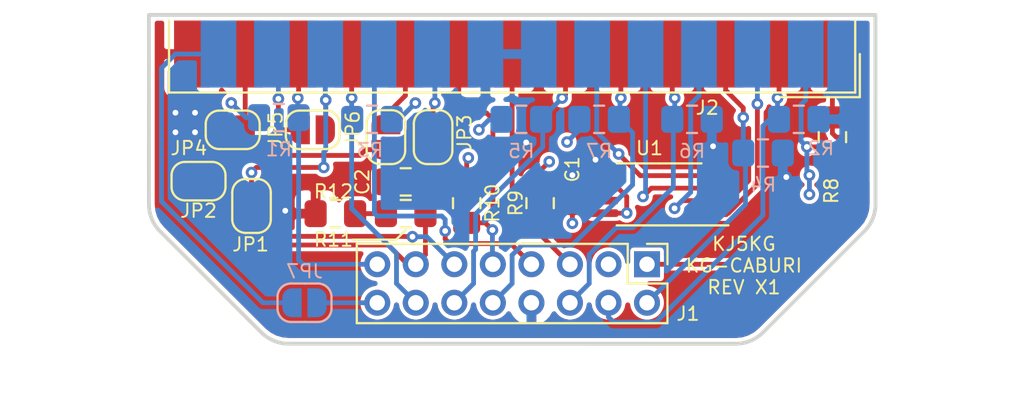
<source format=kicad_pcb>
(kicad_pcb (version 20171130) (host pcbnew "(5.1.6)-1")
  (layers (0 F.Cu signal) (1 In1.Cu power hide) (2 In2.Cu power hide) (31 B.Cu signal) (34 B.Paste user) (35 F.Paste user) (36 B.SilkS user) (37 F.SilkS user) (38 B.Mask user) (39 F.Mask user) (44 Edge.Cuts user))
  (net 0 "")
  (net 1 GND)
  (net 2 +5V)
  (net 3 +12V)
  (net 4 /AIN_6DB)
  (net 5 /RIGHT_OUT)
  (net 6 /LEFT_OUT)
  (net 7 /MIC_AC)
  (net 8 /EEP_DO)
  (net 9 /EEP_DI)
  (net 10 /EEP_CK)
  (net 11 /EEP_CS)
  (net 12 /AOUT_6DB)
  (net 13 /GPIO8)
  (net 14 /GPIO7)
  (net 15 /MIC_IN)
  (net 16 /COR_DET)
  (net 17 /CTCSS_DET)
  (net 18 /GPIO6)
  (net 19 /GPIO5)
  (net 20 /GPIO4)
  (net 21 /GPIO2)
  (net 22 /GPIO1)
  (net 23 /PTT)
  (net 24 /AUDIO_OUT)
  (net 25 /MIC)
  (net 26 /VDD_6DB)
  (net 27 "Net-(C2-Pad2)")
  (net 28 "Net-(C2-Pad1)")
  (module Connector_Dsub:DSUB-25_Male_EdgeMount_P2.77mm (layer F.Cu) (at 147.7729 102.108 180)
    (fp_text reference J2 (at -10.1271 -2.792 180) (layer F.SilkS) (effects (font (size 0.7 0.7) (thickness 0.1))))
    (fp_text value DB25_Male)
    (fp_line (start -18.043333 -2.24) (end -13.85 -2.24) (layer F.SilkS) (width 0.12))
    (fp_line (start -18.043333 0) (end -18.043333 -2.24) (layer F.SilkS) (width 0.12))
    (fp_line (start -17.803333 -2) (end -17.803333 1.74) (layer F.SilkS) (width 0.12))
    (fp_line (start 17.803333 -2) (end -17.803333 -2) (layer F.SilkS) (width 0.12))
    (fp_line (start 17.803333 1.74) (end 17.803333 -2) (layer F.SilkS) (width 0.12))
    (pad 25 smd rect (at 15.235 0 180) (size 1.846667 3.48) (layers B.Cu B.Paste B.Mask) (net 26 /VDD_6DB))
    (pad 24 smd rect (at 12.465 0 180) (size 1.846667 3.48) (layers B.Cu B.Paste B.Mask) (net 4 /AIN_6DB))
    (pad 23 smd rect (at 9.695 0 180) (size 1.846667 3.48) (layers B.Cu B.Paste B.Mask) (net 5 /RIGHT_OUT))
    (pad 22 smd rect (at 6.925 0 180) (size 1.846667 3.48) (layers B.Cu B.Paste B.Mask) (net 6 /LEFT_OUT))
    (pad 21 smd rect (at 4.155 0 180) (size 1.846667 3.48) (layers B.Cu B.Paste B.Mask) (net 7 /MIC_AC))
    (pad 20 smd rect (at 1.385 0 180) (size 1.846667 3.48) (layers B.Cu B.Paste B.Mask) (net 1 GND))
    (pad 19 smd rect (at -1.385 0 180) (size 1.846667 3.48) (layers B.Cu B.Paste B.Mask) (net 1 GND))
    (pad 18 smd rect (at -4.155 0 180) (size 1.846667 3.48) (layers B.Cu B.Paste B.Mask) (net 8 /EEP_DO))
    (pad 17 smd rect (at -6.925 0 180) (size 1.846667 3.48) (layers B.Cu B.Paste B.Mask) (net 9 /EEP_DI))
    (pad 16 smd rect (at -9.695 0 180) (size 1.846667 3.48) (layers B.Cu B.Paste B.Mask) (net 10 /EEP_CK))
    (pad 15 smd rect (at -12.465 0 180) (size 1.846667 3.48) (layers B.Cu B.Paste B.Mask) (net 11 /EEP_CS))
    (pad 14 smd rect (at -15.235 0 180) (size 1.846667 3.48) (layers B.Cu B.Paste B.Mask) (net 2 +5V))
    (pad 13 smd rect (at 16.62 0 180) (size 1.846667 3.48) (layers F.Cu F.Paste F.Mask) (net 1 GND))
    (pad 12 smd rect (at 13.85 0 180) (size 1.846667 3.48) (layers F.Cu F.Paste F.Mask) (net 12 /AOUT_6DB))
    (pad 11 smd rect (at 11.08 0 180) (size 1.846667 3.48) (layers F.Cu F.Paste F.Mask) (net 13 /GPIO8))
    (pad 10 smd rect (at 8.31 0 180) (size 1.846667 3.48) (layers F.Cu F.Paste F.Mask) (net 14 /GPIO7))
    (pad 9 smd rect (at 5.54 0 180) (size 1.846667 3.48) (layers F.Cu F.Paste F.Mask) (net 15 /MIC_IN))
    (pad 8 smd rect (at 2.77 0 180) (size 1.846667 3.48) (layers F.Cu F.Paste F.Mask) (net 16 /COR_DET))
    (pad 7 smd rect (at 0 0 180) (size 1.846667 3.48) (layers F.Cu F.Paste F.Mask) (net 17 /CTCSS_DET))
    (pad 6 smd rect (at -2.77 0 180) (size 1.846667 3.48) (layers F.Cu F.Paste F.Mask) (net 18 /GPIO6))
    (pad 5 smd rect (at -5.54 0 180) (size 1.846667 3.48) (layers F.Cu F.Paste F.Mask) (net 19 /GPIO5))
    (pad 4 smd rect (at -8.31 0 180) (size 1.846667 3.48) (layers F.Cu F.Paste F.Mask) (net 20 /GPIO4))
    (pad 3 smd rect (at -11.08 0 180) (size 1.846667 3.48) (layers F.Cu F.Paste F.Mask) (net 21 /GPIO2))
    (pad 2 smd rect (at -13.85 0 180) (size 1.846667 3.48) (layers F.Cu F.Paste F.Mask) (net 22 /GPIO1))
    (pad 1 smd rect (at -16.62 0 180) (size 1.846667 3.48) (layers F.Cu F.Paste F.Mask) (net 23 /PTT))
  )
  (module Resistor_SMD:R_0805_2012Metric_Pad1.15x1.40mm_HandSolder (layer F.Cu) (at 138.6 110.4)
    (fp_text reference R12 (at -0.1 -1.15) (layer F.SilkS) (effects (font (size 0.7 0.7) (thickness 0.1))))
    (fp_text value 12.1k)
    (fp_line (start -0.261252 -0.71) (end 0.261252 -0.71) (layer F.SilkS) (width 0.12))
    (fp_line (start -0.261252 0.71) (end 0.261252 0.71) (layer F.SilkS) (width 0.12))
    (pad 2 smd roundrect (at 1.025 0) (size 1.15 1.4) (layers F.Cu F.Paste F.Mask) (roundrect_rratio 0.217391) (net 27 "Net-(C2-Pad2)"))
    (pad 1 smd roundrect (at -1.025 0) (size 1.15 1.4) (layers F.Cu F.Paste F.Mask) (roundrect_rratio 0.217391) (net 1 GND))
  )
  (module Resistor_SMD:R_0805_2012Metric_Pad1.15x1.40mm_HandSolder (layer F.Cu) (at 142.25 110.4)
    (fp_text reference R11 (at -3.75 1.35) (layer F.SilkS) (effects (font (size 0.7 0.7) (thickness 0.1))))
    (fp_text value "10k DNI")
    (fp_line (start -0.261252 -0.71) (end 0.261252 -0.71) (layer F.SilkS) (width 0.12))
    (fp_line (start -0.261252 0.71) (end 0.261252 0.71) (layer F.SilkS) (width 0.12))
    (pad 2 smd roundrect (at 1.025 0) (size 1.15 1.4) (layers F.Cu F.Paste F.Mask) (roundrect_rratio 0.217391) (net 25 /MIC))
    (pad 1 smd roundrect (at -1.025 0) (size 1.15 1.4) (layers F.Cu F.Paste F.Mask) (roundrect_rratio 0.217391) (net 27 "Net-(C2-Pad2)"))
  )
  (module Resistor_SMD:R_0805_2012Metric_Pad1.15x1.40mm_HandSolder (layer B.Cu) (at 152.2879 105.5)
    (fp_text reference R7 (at 0 1.65) (layer B.SilkS) (effects (font (size 0.7 0.7) (thickness 0.1)) (justify mirror)))
    (fp_text value "2.26k DNI")
    (fp_line (start -0.261252 0.71) (end 0.261252 0.71) (layer B.SilkS) (width 0.12))
    (fp_line (start -0.261252 -0.71) (end 0.261252 -0.71) (layer B.SilkS) (width 0.12))
    (pad 2 smd roundrect (at 1.025 0) (size 1.15 1.4) (layers B.Cu B.Paste B.Mask) (roundrect_rratio 0.217391) (net 19 /GPIO5))
    (pad 1 smd roundrect (at -1.025 0) (size 1.15 1.4) (layers B.Cu B.Paste B.Mask) (roundrect_rratio 0.217391) (net 2 +5V))
  )
  (module Resistor_SMD:R_0805_2012Metric_Pad1.15x1.40mm_HandSolder (layer B.Cu) (at 157.1079 105.5)
    (fp_text reference R6 (at 0 1.65) (layer B.SilkS) (effects (font (size 0.7 0.7) (thickness 0.1)) (justify mirror)))
    (fp_text value "2.26k DNI")
    (fp_line (start -0.261252 0.71) (end 0.261252 0.71) (layer B.SilkS) (width 0.12))
    (fp_line (start -0.261252 -0.71) (end 0.261252 -0.71) (layer B.SilkS) (width 0.12))
    (pad 2 smd roundrect (at 1.025 0) (size 1.15 1.4) (layers B.Cu B.Paste B.Mask) (roundrect_rratio 0.217391) (net 1 GND))
    (pad 1 smd roundrect (at -1.025 0) (size 1.15 1.4) (layers B.Cu B.Paste B.Mask) (roundrect_rratio 0.217391) (net 20 /GPIO4))
  )
  (module Resistor_SMD:R_0805_2012Metric_Pad1.15x1.40mm_HandSolder (layer B.Cu) (at 148.25 105.5)
    (fp_text reference R5 (at 0 1.65) (layer B.SilkS) (effects (font (size 0.7 0.7) (thickness 0.1)) (justify mirror)))
    (fp_text value "2.26k DNI")
    (fp_line (start -0.261252 0.71) (end 0.261252 0.71) (layer B.SilkS) (width 0.12))
    (fp_line (start -0.261252 -0.71) (end 0.261252 -0.71) (layer B.SilkS) (width 0.12))
    (pad 2 smd roundrect (at 1.025 0) (size 1.15 1.4) (layers B.Cu B.Paste B.Mask) (roundrect_rratio 0.217391) (net 18 /GPIO6))
    (pad 1 smd roundrect (at -1.025 0) (size 1.15 1.4) (layers B.Cu B.Paste B.Mask) (roundrect_rratio 0.217391) (net 2 +5V))
  )
  (module Resistor_SMD:R_0805_2012Metric_Pad1.15x1.40mm_HandSolder (layer B.Cu) (at 160.791 107.25)
    (fp_text reference R4 (at 0 1.65) (layer B.SilkS) (effects (font (size 0.7 0.7) (thickness 0.1)) (justify mirror)))
    (fp_text value "2.26k DNI")
    (fp_line (start -0.261252 0.71) (end 0.261252 0.71) (layer B.SilkS) (width 0.12))
    (fp_line (start -0.261252 -0.71) (end 0.261252 -0.71) (layer B.SilkS) (width 0.12))
    (pad 2 smd roundrect (at 1.025 0) (size 1.15 1.4) (layers B.Cu B.Paste B.Mask) (roundrect_rratio 0.217391) (net 1 GND))
    (pad 1 smd roundrect (at -1.025 0) (size 1.15 1.4) (layers B.Cu B.Paste B.Mask) (roundrect_rratio 0.217391) (net 21 /GPIO2))
  )
  (module Resistor_SMD:R_0805_2012Metric_Pad1.15x1.40mm_HandSolder (layer B.Cu) (at 140.5 105.5 180)
    (fp_text reference R3 (at 0.1 -1.6) (layer B.SilkS) (effects (font (size 0.7 0.7) (thickness 0.1)) (justify mirror)))
    (fp_text value "2.26k DNI")
    (fp_line (start -0.261252 0.71) (end 0.261252 0.71) (layer B.SilkS) (width 0.12))
    (fp_line (start -0.261252 -0.71) (end 0.261252 -0.71) (layer B.SilkS) (width 0.12))
    (pad 2 smd roundrect (at 1.025 0 180) (size 1.15 1.4) (layers B.Cu B.Paste B.Mask) (roundrect_rratio 0.217391) (net 14 /GPIO7))
    (pad 1 smd roundrect (at -1.025 0 180) (size 1.15 1.4) (layers B.Cu B.Paste B.Mask) (roundrect_rratio 0.217391) (net 2 +5V))
  )
  (module Resistor_SMD:R_0805_2012Metric_Pad1.15x1.40mm_HandSolder (layer B.Cu) (at 162.6479 105.5)
    (fp_text reference R2 (at 1.1521 1.5) (layer B.SilkS) (effects (font (size 0.7 0.7) (thickness 0.1)) (justify mirror)))
    (fp_text value "2.26k DNI")
    (fp_line (start -0.261252 0.71) (end 0.261252 0.71) (layer B.SilkS) (width 0.12))
    (fp_line (start -0.261252 -0.71) (end 0.261252 -0.71) (layer B.SilkS) (width 0.12))
    (pad 2 smd roundrect (at 1.025 0) (size 1.15 1.4) (layers B.Cu B.Paste B.Mask) (roundrect_rratio 0.217391) (net 1 GND))
    (pad 1 smd roundrect (at -1.025 0) (size 1.15 1.4) (layers B.Cu B.Paste B.Mask) (roundrect_rratio 0.217391) (net 22 /GPIO1))
  )
  (module Resistor_SMD:R_0805_2012Metric_Pad1.15x1.40mm_HandSolder (layer B.Cu) (at 135.6679 105.41)
    (fp_text reference R1 (at 0 1.65) (layer B.SilkS) (effects (font (size 0.7 0.7) (thickness 0.1)) (justify mirror)))
    (fp_text value "2.26k DNI")
    (fp_line (start -0.261252 0.71) (end 0.261252 0.71) (layer B.SilkS) (width 0.12))
    (fp_line (start -0.261252 -0.71) (end 0.261252 -0.71) (layer B.SilkS) (width 0.12))
    (pad 2 smd roundrect (at 1.025 0) (size 1.15 1.4) (layers B.Cu B.Paste B.Mask) (roundrect_rratio 0.217391) (net 13 /GPIO8))
    (pad 1 smd roundrect (at -1.025 0) (size 1.15 1.4) (layers B.Cu B.Paste B.Mask) (roundrect_rratio 0.217391) (net 2 +5V))
  )
  (module Capacitor_SMD:C_0805_2012Metric_Pad1.15x1.40mm_HandSolder (layer F.Cu) (at 142.25 108.75 180)
    (fp_text reference C2 (at 2.25 0 90) (layer F.SilkS) (effects (font (size 0.7 0.7) (thickness 0.1))))
    (fp_text value 1.0u)
    (fp_line (start -0.261252 -0.71) (end 0.261252 -0.71) (layer F.SilkS) (width 0.12))
    (fp_line (start -0.261252 0.71) (end 0.261252 0.71) (layer F.SilkS) (width 0.12))
    (pad 2 smd roundrect (at 1.025 0 180) (size 1.15 1.4) (layers F.Cu F.Paste F.Mask) (roundrect_rratio 0.217391) (net 27 "Net-(C2-Pad2)"))
    (pad 1 smd roundrect (at -1.025 0 180) (size 1.15 1.4) (layers F.Cu F.Paste F.Mask) (roundrect_rratio 0.217391) (net 28 "Net-(C2-Pad1)"))
  )
  (module Connector_PinHeader_2.00mm:PinHeader_2x08_P2.00mm_Vertical (layer F.Cu) (at 154.7729 113.03 270)
    (fp_text reference J1 (at 2.57 -2.1271 180) (layer F.SilkS) (effects (font (size 0.7 0.7) (thickness 0.1))))
    (fp_text value Conn_02x08_Odd_Even)
    (fp_line (start -1.06 15.06) (end 3.06 15.06) (layer F.SilkS) (width 0.12))
    (fp_line (start -1.06 1) (end -1.06 15.06) (layer F.SilkS) (width 0.12))
    (fp_line (start 3.06 -1.06) (end 3.06 15.06) (layer F.SilkS) (width 0.12))
    (fp_line (start -1.06 1) (end 1 1) (layer F.SilkS) (width 0.12))
    (fp_line (start 1 1) (end 1 -1.06) (layer F.SilkS) (width 0.12))
    (fp_line (start 1 -1.06) (end 3.06 -1.06) (layer F.SilkS) (width 0.12))
    (fp_line (start -1.06 0) (end -1.06 -1.06) (layer F.SilkS) (width 0.12))
    (fp_line (start -1.06 -1.06) (end 0 -1.06) (layer F.SilkS) (width 0.12))
    (pad 16 thru_hole oval (at 2 14 270) (size 1.35 1.35) (drill 0.8) (layers *.Cu *.Mask) (net 3 +12V))
    (pad 15 thru_hole oval (at 0 14 270) (size 1.35 1.35) (drill 0.8) (layers *.Cu *.Mask) (net 13 /GPIO8))
    (pad 14 thru_hole oval (at 2 12 270) (size 1.35 1.35) (drill 0.8) (layers *.Cu *.Mask) (net 14 /GPIO7))
    (pad 13 thru_hole oval (at 0 12 270) (size 1.35 1.35) (drill 0.8) (layers *.Cu *.Mask) (net 25 /MIC))
    (pad 12 thru_hole oval (at 2 10 270) (size 1.35 1.35) (drill 0.8) (layers *.Cu *.Mask) (net 18 /GPIO6))
    (pad 11 thru_hole oval (at 0 10 270) (size 1.35 1.35) (drill 0.8) (layers *.Cu *.Mask) (net 24 /AUDIO_OUT))
    (pad 10 thru_hole oval (at 2 8 270) (size 1.35 1.35) (drill 0.8) (layers *.Cu *.Mask) (net 19 /GPIO5))
    (pad 9 thru_hole oval (at 0 8 270) (size 1.35 1.35) (drill 0.8) (layers *.Cu *.Mask) (net 16 /COR_DET))
    (pad 8 thru_hole oval (at 2 6 270) (size 1.35 1.35) (drill 0.8) (layers *.Cu *.Mask) (net 1 GND))
    (pad 7 thru_hole oval (at 0 6 270) (size 1.35 1.35) (drill 0.8) (layers *.Cu *.Mask) (net 6 /LEFT_OUT))
    (pad 6 thru_hole oval (at 2 4 270) (size 1.35 1.35) (drill 0.8) (layers *.Cu *.Mask) (net 20 /GPIO4))
    (pad 5 thru_hole oval (at 0 4 270) (size 1.35 1.35) (drill 0.8) (layers *.Cu *.Mask) (net 17 /CTCSS_DET))
    (pad 4 thru_hole oval (at 2 2 270) (size 1.35 1.35) (drill 0.8) (layers *.Cu *.Mask) (net 22 /GPIO1))
    (pad 3 thru_hole oval (at 0 2 270) (size 1.35 1.35) (drill 0.8) (layers *.Cu *.Mask) (net 2 +5V))
    (pad 2 thru_hole oval (at 2 0 270) (size 1.35 1.35) (drill 0.8) (layers *.Cu *.Mask) (net 21 /GPIO2))
    (pad 1 thru_hole rect (at 0 0 270) (size 1.35 1.35) (drill 0.8) (layers *.Cu *.Mask) (net 23 /PTT))
  )
  (module Resistor_SMD:R_0805_2012Metric_Pad1.15x1.40mm_HandSolder (layer F.Cu) (at 145.415 109.855 270)
    (fp_text reference R10 (at 0 -1.335 90) (layer F.SilkS) (effects (font (size 0.7 0.7) (thickness 0.1))))
    (fp_text value 2.26k)
    (fp_line (start -0.261252 -0.71) (end 0.261252 -0.71) (layer F.SilkS) (width 0.12))
    (fp_line (start -0.261252 0.71) (end 0.261252 0.71) (layer F.SilkS) (width 0.12))
    (pad 2 smd roundrect (at 1.025 0 270) (size 1.15 1.4) (layers F.Cu F.Paste F.Mask) (roundrect_rratio 0.217391) (net 16 /COR_DET))
    (pad 1 smd roundrect (at -1.025 0 270) (size 1.15 1.4) (layers F.Cu F.Paste F.Mask) (roundrect_rratio 0.217391) (net 2 +5V))
  )
  (module Resistor_SMD:R_0805_2012Metric_Pad1.15x1.40mm_HandSolder (layer F.Cu) (at 149.225 109.855 270)
    (fp_text reference R9 (at 0 1.27 90) (layer F.SilkS) (effects (font (size 0.7 0.7) (thickness 0.1))))
    (fp_text value 2.26k)
    (fp_line (start -0.261252 -0.71) (end 0.261252 -0.71) (layer F.SilkS) (width 0.12))
    (fp_line (start -0.261252 0.71) (end 0.261252 0.71) (layer F.SilkS) (width 0.12))
    (pad 2 smd roundrect (at 1.025 0 270) (size 1.15 1.4) (layers F.Cu F.Paste F.Mask) (roundrect_rratio 0.217391) (net 17 /CTCSS_DET))
    (pad 1 smd roundrect (at -1.025 0 270) (size 1.15 1.4) (layers F.Cu F.Paste F.Mask) (roundrect_rratio 0.217391) (net 2 +5V))
  )
  (module Resistor_SMD:R_0805_2012Metric_Pad1.15x1.40mm_HandSolder (layer F.Cu) (at 164.3929 106.426 90)
    (fp_text reference R8 (at -2.794 -0.0549 90) (layer F.SilkS) (effects (font (size 0.7 0.7) (thickness 0.1))))
    (fp_text value 2.26k)
    (fp_line (start -0.261252 -0.71) (end 0.261252 -0.71) (layer F.SilkS) (width 0.12))
    (fp_line (start -0.261252 0.71) (end 0.261252 0.71) (layer F.SilkS) (width 0.12))
    (pad 2 smd roundrect (at 1.025 0 90) (size 1.15 1.4) (layers F.Cu F.Paste F.Mask) (roundrect_rratio 0.217391) (net 23 /PTT))
    (pad 1 smd roundrect (at -1.025 0 90) (size 1.15 1.4) (layers F.Cu F.Paste F.Mask) (roundrect_rratio 0.217391) (net 2 +5V))
  )
  (module Jumper:SolderJumper-2_P1.3mm_Open_RoundedPad1.0x1.5mm (layer B.Cu) (at 137 115.03 180)
    (fp_text reference JP7 (at 0 1.63) (layer B.SilkS) (effects (font (size 0.7 0.7) (thickness 0.1)) (justify mirror)))
    (fp_text value Jumper_NO_Small)
    (fp_arc (start -0.7 0.3) (end -0.7 1) (angle 90) (layer B.SilkS) (width 0.12))
    (fp_arc (start -0.7 -0.3) (end -1.4 -0.3) (angle 90) (layer B.SilkS) (width 0.12))
    (fp_arc (start 0.7 -0.3) (end 0.7 -1) (angle 90) (layer B.SilkS) (width 0.12))
    (fp_arc (start 0.7 0.3) (end 1.4 0.3) (angle 90) (layer B.SilkS) (width 0.12))
    (fp_line (start -1.4 -0.3) (end -1.4 0.3) (layer B.SilkS) (width 0.12))
    (fp_line (start 0.7 -1) (end -0.7 -1) (layer B.SilkS) (width 0.12))
    (fp_line (start 1.4 0.3) (end 1.4 -0.3) (layer B.SilkS) (width 0.12))
    (fp_line (start -0.7 1) (end 0.7 1) (layer B.SilkS) (width 0.12))
    (pad 2 smd custom (at 0.65 0 180) (size 1 0.5) (layers B.Cu B.Mask) (net 26 /VDD_6DB) (options (clearance outline) (anchor rect)) (primitives (gr_circle (center 0 -0.25) (end 0.5 -0.25) (width 0)) (gr_circle (center 0 0.25) (end 0.5 0.25) (width 0)) (gr_poly (pts (xy 0 0.75) (xy -0.5 0.75) (xy -0.5 -0.75) (xy 0 -0.75)) (width 0))))
    (pad 1 smd custom (at -0.65 0 180) (size 1 0.5) (layers B.Cu B.Mask) (net 3 +12V) (options (clearance outline) (anchor rect)) (primitives (gr_circle (center 0 -0.25) (end 0.5 -0.25) (width 0)) (gr_circle (center 0 0.25) (end 0.5 0.25) (width 0)) (gr_poly (pts (xy 0 0.75) (xy 0.5 0.75) (xy 0.5 -0.75) (xy 0 -0.75)) (width 0))))
  )
  (module Capacitor_SMD:C_0402_1005Metric (layer F.Cu) (at 150.9 109.7 270)
    (fp_text reference C1 (at -1.6 0 90) (layer F.SilkS) (effects (font (size 0.7 0.7) (thickness 0.1))))
    (fp_text value 0.1u)
    (pad 2 smd roundrect (at 0.485 0 270) (size 0.59 0.64) (layers F.Cu F.Paste F.Mask) (net 2 +5V))
    (pad 1 smd roundrect (at -0.485 0 270) (size 0.59 0.64) (layers F.Cu F.Paste F.Mask) (net 1 GND))
  )
  (module Package_SO:TSSOP-8_4.4x3mm_P0.65mm (layer F.Cu) (at 155.4 109.4 180)
    (fp_text reference U1 (at 0.5 2.4) (layer F.SilkS) (effects (font (size 0.7 0.7) (thickness 0.1))))
    (fp_text value 93C46)
    (fp_line (start 0 -1.61) (end -3.6 -1.61) (layer F.SilkS) (width 0.12))
    (fp_line (start 0 -1.61) (end 2.2 -1.61) (layer F.SilkS) (width 0.12))
    (fp_line (start 0 1.61) (end -2.2 1.61) (layer F.SilkS) (width 0.12))
    (fp_line (start 0 1.61) (end 2.2 1.61) (layer F.SilkS) (width 0.12))
    (pad 8 smd roundrect (at 2.8625 -0.975 180) (size 1.475 0.4) (layers F.Cu F.Paste F.Mask) (net 2 +5V))
    (pad 7 smd roundrect (at 2.8625 -0.325 180) (size 1.475 0.4) (layers F.Cu F.Paste F.Mask))
    (pad 6 smd roundrect (at 2.8625 0.325 180) (size 1.475 0.4) (layers F.Cu F.Paste F.Mask) (net 2 +5V))
    (pad 5 smd roundrect (at 2.8625 0.975 180) (size 1.475 0.4) (layers F.Cu F.Paste F.Mask) (net 1 GND))
    (pad 4 smd roundrect (at -2.8625 0.975 180) (size 1.475 0.4) (layers F.Cu F.Paste F.Mask) (net 8 /EEP_DO))
    (pad 3 smd roundrect (at -2.8625 0.325 180) (size 1.475 0.4) (layers F.Cu F.Paste F.Mask) (net 9 /EEP_DI))
    (pad 2 smd roundrect (at -2.8625 -0.325 180) (size 1.475 0.4) (layers F.Cu F.Paste F.Mask) (net 10 /EEP_CK))
    (pad 1 smd roundrect (at -2.8625 -0.975 180) (size 1.475 0.4) (layers F.Cu F.Paste F.Mask) (net 11 /EEP_CS))
  )
  (module Jumper:SolderJumper-2_P1.3mm_Open_RoundedPad1.0x1.5mm (layer F.Cu) (at 141.224 106.426 90)
    (fp_text reference JP6 (at 0.426 -1.724 90) (layer F.SilkS) (effects (font (size 0.7 0.7) (thickness 0.1))))
    (fp_text value Jumper_NO_Small)
    (fp_line (start -0.7 -1) (end 0.7 -1) (layer F.SilkS) (width 0.12))
    (fp_line (start 1.4 -0.3) (end 1.4 0.3) (layer F.SilkS) (width 0.12))
    (fp_line (start 0.7 1) (end -0.7 1) (layer F.SilkS) (width 0.12))
    (fp_line (start -1.4 0.3) (end -1.4 -0.3) (layer F.SilkS) (width 0.12))
    (fp_arc (start -0.7 -0.3) (end -0.7 -1) (angle -90) (layer F.SilkS) (width 0.12))
    (fp_arc (start -0.7 0.3) (end -1.4 0.3) (angle -90) (layer F.SilkS) (width 0.12))
    (fp_arc (start 0.7 0.3) (end 0.7 1) (angle -90) (layer F.SilkS) (width 0.12))
    (fp_arc (start 0.7 -0.3) (end 1.4 -0.3) (angle -90) (layer F.SilkS) (width 0.12))
    (pad 2 smd custom (at 0.65 0 90) (size 1 0.5) (layers F.Cu F.Mask) (net 15 /MIC_IN) (options (clearance outline) (anchor rect)) (primitives (gr_circle (center 0 0.25) (end 0.5 0.25) (width 0)) (gr_circle (center 0 -0.25) (end 0.5 -0.25) (width 0)) (gr_poly (pts (xy 0 -0.75) (xy -0.5 -0.75) (xy -0.5 0.75) (xy 0 0.75)) (width 0))))
    (pad 1 smd custom (at -0.65 0 90) (size 1 0.5) (layers F.Cu F.Mask) (net 28 "Net-(C2-Pad1)") (options (clearance outline) (anchor rect)) (primitives (gr_circle (center 0 0.25) (end 0.5 0.25) (width 0)) (gr_circle (center 0 -0.25) (end 0.5 -0.25) (width 0)) (gr_poly (pts (xy 0 -0.75) (xy 0.5 -0.75) (xy 0.5 0.75) (xy 0 0.75)) (width 0))))
  )
  (module Jumper:SolderJumper-2_P1.3mm_Open_RoundedPad1.0x1.5mm (layer F.Cu) (at 137.4279 106.045 180)
    (fp_text reference JP5 (at 1.9279 0 270) (layer F.SilkS) (effects (font (size 0.7 0.7) (thickness 0.1))))
    (fp_text value Jumper_NO_Small)
    (fp_line (start -0.7 -1) (end 0.7 -1) (layer F.SilkS) (width 0.12))
    (fp_line (start 1.4 -0.3) (end 1.4 0.3) (layer F.SilkS) (width 0.12))
    (fp_line (start 0.7 1) (end -0.7 1) (layer F.SilkS) (width 0.12))
    (fp_line (start -1.4 0.3) (end -1.4 -0.3) (layer F.SilkS) (width 0.12))
    (fp_arc (start -0.7 -0.3) (end -0.7 -1) (angle -90) (layer F.SilkS) (width 0.12))
    (fp_arc (start -0.7 0.3) (end -1.4 0.3) (angle -90) (layer F.SilkS) (width 0.12))
    (fp_arc (start 0.7 0.3) (end 0.7 1) (angle -90) (layer F.SilkS) (width 0.12))
    (fp_arc (start 0.7 -0.3) (end 1.4 -0.3) (angle -90) (layer F.SilkS) (width 0.12))
    (pad 2 smd custom (at 0.65 0 180) (size 1 0.5) (layers F.Cu F.Mask) (net 4 /AIN_6DB) (options (clearance outline) (anchor rect)) (primitives (gr_circle (center 0 0.25) (end 0.5 0.25) (width 0)) (gr_circle (center 0 -0.25) (end 0.5 -0.25) (width 0)) (gr_poly (pts (xy 0 -0.75) (xy -0.5 -0.75) (xy -0.5 0.75) (xy 0 0.75)) (width 0))))
    (pad 1 smd custom (at -0.65 0 180) (size 1 0.5) (layers F.Cu F.Mask) (net 5 /RIGHT_OUT) (options (clearance outline) (anchor rect)) (primitives (gr_circle (center 0 0.25) (end 0.5 0.25) (width 0)) (gr_circle (center 0 -0.25) (end 0.5 -0.25) (width 0)) (gr_poly (pts (xy 0 -0.75) (xy 0.5 -0.75) (xy 0.5 0.75) (xy 0 0.75)) (width 0))))
  )
  (module Jumper:SolderJumper-2_P1.3mm_Open_RoundedPad1.0x1.5mm (layer F.Cu) (at 133.2729 106.045)
    (fp_text reference JP4 (at -2.2729 0.955 180) (layer F.SilkS) (effects (font (size 0.7 0.7) (thickness 0.1))))
    (fp_text value Jumper_NO_Small)
    (fp_line (start -0.7 -1) (end 0.7 -1) (layer F.SilkS) (width 0.12))
    (fp_line (start 1.4 -0.3) (end 1.4 0.3) (layer F.SilkS) (width 0.12))
    (fp_line (start 0.7 1) (end -0.7 1) (layer F.SilkS) (width 0.12))
    (fp_line (start -1.4 0.3) (end -1.4 -0.3) (layer F.SilkS) (width 0.12))
    (fp_arc (start -0.7 -0.3) (end -0.7 -1) (angle -90) (layer F.SilkS) (width 0.12))
    (fp_arc (start -0.7 0.3) (end -1.4 0.3) (angle -90) (layer F.SilkS) (width 0.12))
    (fp_arc (start 0.7 0.3) (end 0.7 1) (angle -90) (layer F.SilkS) (width 0.12))
    (fp_arc (start 0.7 -0.3) (end 1.4 -0.3) (angle -90) (layer F.SilkS) (width 0.12))
    (pad 2 smd custom (at 0.65 0) (size 1 0.5) (layers F.Cu F.Mask) (net 12 /AOUT_6DB) (options (clearance outline) (anchor rect)) (primitives (gr_circle (center 0 0.25) (end 0.5 0.25) (width 0)) (gr_circle (center 0 -0.25) (end 0.5 -0.25) (width 0)) (gr_poly (pts (xy 0 -0.75) (xy -0.5 -0.75) (xy -0.5 0.75) (xy 0 0.75)) (width 0))))
    (pad 1 smd custom (at -0.65 0) (size 1 0.5) (layers F.Cu F.Mask) (net 28 "Net-(C2-Pad1)") (options (clearance outline) (anchor rect)) (primitives (gr_circle (center 0 0.25) (end 0.5 0.25) (width 0)) (gr_circle (center 0 -0.25) (end 0.5 -0.25) (width 0)) (gr_poly (pts (xy 0 -0.75) (xy 0.5 -0.75) (xy 0.5 0.75) (xy 0 0.75)) (width 0))))
  )
  (module Jumper:SolderJumper-2_P1.3mm_Bridged_RoundedPad1.0x1.5mm (layer F.Cu) (at 143.673 106.426 90)
    (fp_text reference JP3 (at 0.226 1.627 270) (layer F.SilkS) (effects (font (size 0.7 0.7) (thickness 0.1))))
    (fp_text value Jumper_NC_Small)
    (fp_poly (pts (xy 0.25 -0.3) (xy -0.25 -0.3) (xy -0.25 0.3) (xy 0.25 0.3)) (layer F.Cu) (width 0))
    (fp_line (start -0.7 -1) (end 0.7 -1) (layer F.SilkS) (width 0.12))
    (fp_line (start 1.4 -0.3) (end 1.4 0.3) (layer F.SilkS) (width 0.12))
    (fp_line (start 0.7 1) (end -0.7 1) (layer F.SilkS) (width 0.12))
    (fp_line (start -1.4 0.3) (end -1.4 -0.3) (layer F.SilkS) (width 0.12))
    (fp_arc (start -0.7 -0.3) (end -0.7 -1) (angle -90) (layer F.SilkS) (width 0.12))
    (fp_arc (start -0.7 0.3) (end -1.4 0.3) (angle -90) (layer F.SilkS) (width 0.12))
    (fp_arc (start 0.7 0.3) (end 0.7 1) (angle -90) (layer F.SilkS) (width 0.12))
    (fp_arc (start 0.7 -0.3) (end 1.4 -0.3) (angle -90) (layer F.SilkS) (width 0.12))
    (pad 1 smd custom (at -0.65 0 90) (size 1 0.5) (layers F.Cu F.Mask) (net 28 "Net-(C2-Pad1)") (options (clearance outline) (anchor rect)) (primitives (gr_circle (center 0 0.25) (end 0.5 0.25) (width 0)) (gr_circle (center 0 -0.25) (end 0.5 -0.25) (width 0)) (gr_poly (pts (xy 0 -0.75) (xy 0.5 -0.75) (xy 0.5 0.75) (xy 0 0.75)) (width 0))))
    (pad 2 smd custom (at 0.65 0 90) (size 1 0.5) (layers F.Cu F.Mask) (net 7 /MIC_AC) (options (clearance outline) (anchor rect)) (primitives (gr_circle (center 0 0.25) (end 0.5 0.25) (width 0)) (gr_circle (center 0 -0.25) (end 0.5 -0.25) (width 0)) (gr_poly (pts (xy 0 -0.75) (xy -0.5 -0.75) (xy -0.5 0.75) (xy 0 0.75)) (width 0))))
  )
  (module Jumper:SolderJumper-2_P1.3mm_Bridged_RoundedPad1.0x1.5mm (layer F.Cu) (at 131.5 108.712 180)
    (fp_text reference JP2 (at 0 -1.538 180) (layer F.SilkS) (effects (font (size 0.7 0.7) (thickness 0.1))))
    (fp_text value Jumper_NC_Small)
    (fp_poly (pts (xy 0.25 -0.3) (xy -0.25 -0.3) (xy -0.25 0.3) (xy 0.25 0.3)) (layer F.Cu) (width 0))
    (fp_line (start -0.7 -1) (end 0.7 -1) (layer F.SilkS) (width 0.12))
    (fp_line (start 1.4 -0.3) (end 1.4 0.3) (layer F.SilkS) (width 0.12))
    (fp_line (start 0.7 1) (end -0.7 1) (layer F.SilkS) (width 0.12))
    (fp_line (start -1.4 0.3) (end -1.4 -0.3) (layer F.SilkS) (width 0.12))
    (fp_arc (start -0.7 -0.3) (end -0.7 -1) (angle -90) (layer F.SilkS) (width 0.12))
    (fp_arc (start -0.7 0.3) (end -1.4 0.3) (angle -90) (layer F.SilkS) (width 0.12))
    (fp_arc (start 0.7 0.3) (end 0.7 1) (angle -90) (layer F.SilkS) (width 0.12))
    (fp_arc (start 0.7 -0.3) (end 1.4 -0.3) (angle -90) (layer F.SilkS) (width 0.12))
    (pad 1 smd custom (at -0.65 0 180) (size 1 0.5) (layers F.Cu F.Mask) (net 25 /MIC) (options (clearance outline) (anchor rect)) (primitives (gr_circle (center 0 0.25) (end 0.5 0.25) (width 0)) (gr_circle (center 0 -0.25) (end 0.5 -0.25) (width 0)) (gr_poly (pts (xy 0 -0.75) (xy 0.5 -0.75) (xy 0.5 0.75) (xy 0 0.75)) (width 0))))
    (pad 2 smd custom (at 0.65 0 180) (size 1 0.5) (layers F.Cu F.Mask) (net 28 "Net-(C2-Pad1)") (options (clearance outline) (anchor rect)) (primitives (gr_circle (center 0 0.25) (end 0.5 0.25) (width 0)) (gr_circle (center 0 -0.25) (end 0.5 -0.25) (width 0)) (gr_poly (pts (xy 0 -0.75) (xy -0.5 -0.75) (xy -0.5 0.75) (xy 0 0.75)) (width 0))))
  )
  (module Jumper:SolderJumper-2_P1.3mm_Bridged_RoundedPad1.0x1.5mm (layer F.Cu) (at 134.25 110 90)
    (fp_text reference JP1 (at -2 -0.05) (layer F.SilkS) (effects (font (size 0.7 0.7) (thickness 0.1))))
    (fp_text value Jumper_NC_Small)
    (fp_poly (pts (xy 0.25 -0.3) (xy -0.25 -0.3) (xy -0.25 0.3) (xy 0.25 0.3)) (layer F.Cu) (width 0))
    (fp_line (start -0.7 -1) (end 0.7 -1) (layer F.SilkS) (width 0.12))
    (fp_line (start 1.4 -0.3) (end 1.4 0.3) (layer F.SilkS) (width 0.12))
    (fp_line (start 0.7 1) (end -0.7 1) (layer F.SilkS) (width 0.12))
    (fp_line (start -1.4 0.3) (end -1.4 -0.3) (layer F.SilkS) (width 0.12))
    (fp_arc (start -0.7 -0.3) (end -0.7 -1) (angle -90) (layer F.SilkS) (width 0.12))
    (fp_arc (start -0.7 0.3) (end -1.4 0.3) (angle -90) (layer F.SilkS) (width 0.12))
    (fp_arc (start 0.7 0.3) (end 0.7 1) (angle -90) (layer F.SilkS) (width 0.12))
    (fp_arc (start 0.7 -0.3) (end 1.4 -0.3) (angle -90) (layer F.SilkS) (width 0.12))
    (pad 1 smd custom (at -0.65 0 90) (size 1 0.5) (layers F.Cu F.Mask) (net 24 /AUDIO_OUT) (options (clearance outline) (anchor rect)) (primitives (gr_circle (center 0 0.25) (end 0.5 0.25) (width 0)) (gr_circle (center 0 -0.25) (end 0.5 -0.25) (width 0)) (gr_poly (pts (xy 0 -0.75) (xy 0.5 -0.75) (xy 0.5 0.75) (xy 0 0.75)) (width 0))))
    (pad 2 smd custom (at 0.65 0 90) (size 1 0.5) (layers F.Cu F.Mask) (net 5 /RIGHT_OUT) (options (clearance outline) (anchor rect)) (primitives (gr_circle (center 0 0.25) (end 0.5 0.25) (width 0)) (gr_circle (center 0 -0.25) (end 0.5 -0.25) (width 0)) (gr_poly (pts (xy 0 -0.75) (xy -0.5 -0.75) (xy -0.5 0.75) (xy 0 0.75)) (width 0))))
  )
  (gr_line (start 129.511536 111.326764) (end 134.7582 116.5709) (layer Edge.Cuts) (width 0.2))
  (gr_line (start 141.75 111.75) (end 142.25 111.25) (layer F.SilkS) (width 0.12))
  (gr_line (start 139.5 111.75) (end 141.75 111.75) (layer F.SilkS) (width 0.12))
  (gr_text "KJ5KG\nKG-CABURI\nREV X1" (at 159.8 113.1) (layer F.SilkS) (effects (font (size 0.7 0.7) (thickness 0.1))))
  (gr_line (start 160.7885 116.5741) (end 166.0368 111.3259) (layer Edge.Cuts) (width 0.2))
  (gr_arc (start 159.3743 115.1599) (end 159.374 117.1599) (angle -45.00859437) (layer Edge.Cuts) (width 0.2))
  (gr_arc (start 164.6226 109.9) (end 166.0368 111.3259) (angle -42.70532294) (layer Edge.Cuts) (width 0.2))
  (gr_line (start 136.1718 117.1564) (end 159.374 117.1599) (layer Edge.Cuts) (width 0.2))
  (gr_arc (start 130.9254 109.9122) (end 128.9254 109.9119) (angle -45.02277398) (layer Edge.Cuts) (width 0.2))
  (gr_line (start 128.9269 100.076) (end 128.9254 109.9119) (layer Edge.Cuts) (width 0.2))
  (gr_line (start 166.628912 109.988675) (end 166.624 100.076) (layer Edge.Cuts) (width 0.2))
  (gr_arc (start 136.1721 115.1564) (end 134.7582 116.5709) (angle -44.97925116) (layer Edge.Cuts) (width 0.2))
  (gr_line (start 166.624 100.076) (end 128.9269 100.076) (layer Edge.Cuts) (width 0.2))
  (segment (start 131.1529 102.108) (end 131.1529 103.7971) (width 0.25) (layer F.Cu) (net 1))
  (segment (start 131.1529 103.7971) (end 130.302 104.648) (width 0.25) (layer F.Cu) (net 1))
  (via (at 130.302 105.156) (size 0.6) (drill 0.3) (layers F.Cu B.Cu) (net 1))
  (segment (start 130.302 104.648) (end 130.302 105.156) (width 0.25) (layer F.Cu) (net 1))
  (via (at 130.302 106.172) (size 0.6) (drill 0.3) (layers F.Cu B.Cu) (net 1))
  (segment (start 130.302 105.156) (end 130.302 106.172) (width 0.25) (layer B.Cu) (net 1))
  (via (at 131.318 106.172) (size 0.6) (drill 0.3) (layers F.Cu B.Cu) (net 1))
  (segment (start 130.302 106.172) (end 131.318 106.172) (width 0.25) (layer F.Cu) (net 1))
  (via (at 131.318 105.156) (size 0.6) (drill 0.3) (layers F.Cu B.Cu) (net 1))
  (segment (start 131.318 106.172) (end 131.318 105.156) (width 0.25) (layer B.Cu) (net 1))
  (segment (start 146.3879 102.108) (end 149.1579 102.108) (width 0.25) (layer B.Cu) (net 1))
  (segment (start 148.46099 102.80491) (end 149.1579 102.108) (width 0.25) (layer B.Cu) (net 1))
  (via (at 148.5 106.7) (size 0.6) (drill 0.3) (layers F.Cu B.Cu) (net 1))
  (segment (start 148.46099 106.267309) (end 148.46099 106.66099) (width 0.25) (layer B.Cu) (net 1))
  (segment (start 148.46099 106.66099) (end 148.5 106.7) (width 0.25) (layer B.Cu) (net 1))
  (via (at 153.718961 110.368794) (size 0.6) (drill 0.3) (layers F.Cu B.Cu) (net 2))
  (segment (start 153.712755 110.375) (end 153.718961 110.368794) (width 0.25) (layer F.Cu) (net 2))
  (segment (start 152.5375 110.375) (end 153.712755 110.375) (width 0.25) (layer F.Cu) (net 2))
  (via (at 162 108.5) (size 0.6) (drill 0.3) (layers F.Cu B.Cu) (net 1))
  (segment (start 161.816 107.25) (end 161.816 108.316) (width 0.25) (layer B.Cu) (net 1))
  (segment (start 161.816 108.316) (end 162 108.5) (width 0.25) (layer B.Cu) (net 1))
  (via (at 136 110.25) (size 0.6) (drill 0.3) (layers F.Cu B.Cu) (net 1))
  (segment (start 137.575 110.4) (end 136.15 110.4) (width 0.25) (layer F.Cu) (net 1))
  (segment (start 136.15 110.4) (end 136 110.25) (width 0.25) (layer F.Cu) (net 1))
  (via (at 158.2 106.9) (size 0.6) (drill 0.3) (layers F.Cu B.Cu) (net 1))
  (via (at 150.9 108.4) (size 0.6) (drill 0.3) (layers F.Cu B.Cu) (net 1))
  (segment (start 150.9 109.215) (end 150.9 108.4) (width 0.25) (layer F.Cu) (net 1))
  (via (at 152.1 107.6) (size 0.6) (drill 0.3) (layers F.Cu B.Cu) (net 1))
  (segment (start 152.5375 108.425) (end 152.5375 108.0375) (width 0.25) (layer F.Cu) (net 1))
  (segment (start 152.5375 108.0375) (end 152.1 107.6) (width 0.25) (layer F.Cu) (net 1))
  (segment (start 152.941 113.482) (end 153.035 113.388) (width 0.25) (layer F.Cu) (net 2))
  (via (at 163.068 106.934) (size 0.6) (drill 0.3) (layers F.Cu B.Cu) (net 2))
  (segment (start 162.82799 106.69399) (end 163.068 106.934) (width 0.25) (layer B.Cu) (net 2))
  (segment (start 163.0079 102.108) (end 162.82799 102.28791) (width 0.25) (layer B.Cu) (net 2))
  (via (at 150.622 106.68) (size 0.6) (drill 0.3) (layers F.Cu B.Cu) (net 2))
  (segment (start 151.318 105.537) (end 151.318 105.984) (width 0.25) (layer B.Cu) (net 2))
  (segment (start 151.318 105.984) (end 150.622 106.68) (width 0.25) (layer B.Cu) (net 2))
  (via (at 142.752667 104.652538) (size 0.6) (drill 0.3) (layers F.Cu B.Cu) (net 2))
  (segment (start 141.5129 105.41) (end 141.995205 105.41) (width 0.25) (layer B.Cu) (net 2))
  (segment (start 141.995205 105.41) (end 142.752667 104.652538) (width 0.25) (layer B.Cu) (net 2))
  (via (at 133.1979 104.648) (size 0.6) (drill 0.3) (layers F.Cu B.Cu) (net 2))
  (segment (start 134.6429 105.41) (end 133.9599 105.41) (width 0.25) (layer B.Cu) (net 2))
  (segment (start 133.9599 105.41) (end 133.1979 104.648) (width 0.25) (layer B.Cu) (net 2))
  (segment (start 154.473 113.3525) (end 155.123 113.3525) (width 0.25) (layer F.Cu) (net 23))
  (segment (start 163.8759 106.934) (end 163.068 106.934) (width 0.25) (layer F.Cu) (net 2))
  (segment (start 164.3929 107.451) (end 163.8759 106.934) (width 0.25) (layer F.Cu) (net 2))
  (segment (start 147.311 105.537) (end 146.558 105.537) (width 0.25) (layer B.Cu) (net 2))
  (via (at 146.05 106.045) (size 0.6) (drill 0.3) (layers F.Cu B.Cu) (net 2))
  (segment (start 146.558 105.537) (end 146.05 106.045) (width 0.25) (layer B.Cu) (net 2))
  (via (at 149.7 107.7) (size 0.6) (drill 0.3) (layers F.Cu B.Cu) (net 2))
  (segment (start 149.225 108.83) (end 149.225 108.175) (width 0.25) (layer F.Cu) (net 2))
  (segment (start 149.225 108.175) (end 149.7 107.7) (width 0.25) (layer F.Cu) (net 2))
  (via (at 145.5 107.5) (size 0.6) (drill 0.3) (layers F.Cu B.Cu) (net 2))
  (segment (start 145.415 108.83) (end 145.415 107.585) (width 0.25) (layer F.Cu) (net 2))
  (segment (start 145.415 107.585) (end 145.5 107.5) (width 0.25) (layer F.Cu) (net 2))
  (via (at 163.2 108.4) (size 0.6) (drill 0.3) (layers F.Cu B.Cu) (net 2))
  (segment (start 163.068 106.934) (end 163.068 108.268) (width 0.25) (layer B.Cu) (net 2))
  (segment (start 163.068 108.268) (end 163.2 108.4) (width 0.25) (layer B.Cu) (net 2))
  (via (at 163.2 109.4) (size 0.6) (drill 0.3) (layers F.Cu B.Cu) (net 2))
  (segment (start 163.2 108.4) (end 163.2 109.4) (width 0.25) (layer B.Cu) (net 2))
  (segment (start 162.768001 106.634001) (end 162.768001 104.731999) (width 0.25) (layer B.Cu) (net 2))
  (segment (start 163.068 106.934) (end 162.768001 106.634001) (width 0.25) (layer B.Cu) (net 2))
  (segment (start 163.0079 104.4921) (end 163.0079 102.108) (width 0.25) (layer B.Cu) (net 2))
  (segment (start 162.768001 104.731999) (end 163.0079 104.4921) (width 0.25) (layer B.Cu) (net 2))
  (via (at 150.9 110.9) (size 0.6) (drill 0.3) (layers F.Cu B.Cu) (net 2))
  (segment (start 150.9 110.185) (end 150.9 110.9) (width 0.25) (layer F.Cu) (net 2))
  (segment (start 153.718961 109.518961) (end 153.718961 110.368794) (width 0.25) (layer F.Cu) (net 2))
  (segment (start 153.275 109.075) (end 153.718961 109.518961) (width 0.25) (layer F.Cu) (net 2))
  (segment (start 152.5375 109.075) (end 153.275 109.075) (width 0.25) (layer F.Cu) (net 2))
  (segment (start 140.7729 115.03) (end 137.65 115.03) (width 0.25) (layer B.Cu) (net 3))
  (segment (start 136.7779 106.045) (end 135.763 106.045) (width 0.25) (layer F.Cu) (net 4))
  (via (at 135.643264 104.434558) (size 0.6) (drill 0.3) (layers F.Cu B.Cu) (net 4))
  (segment (start 135.763 106.045) (end 135.643264 105.925264) (width 0.25) (layer F.Cu) (net 4))
  (segment (start 135.643264 105.925264) (end 135.643264 104.434558) (width 0.25) (layer F.Cu) (net 4))
  (segment (start 135.643264 102.443364) (end 135.3079 102.108) (width 0.25) (layer B.Cu) (net 4))
  (segment (start 135.643264 104.434558) (end 135.643264 102.443364) (width 0.25) (layer B.Cu) (net 4))
  (via (at 138.1 104.5) (size 0.6) (drill 0.3) (layers F.Cu B.Cu) (net 5))
  (segment (start 138.0779 102.108) (end 138.0779 104.4779) (width 0.25) (layer B.Cu) (net 5))
  (segment (start 138.0779 104.4779) (end 138.1 104.5) (width 0.25) (layer B.Cu) (net 5))
  (segment (start 138.1 106.0229) (end 138.0779 106.045) (width 0.25) (layer F.Cu) (net 5))
  (segment (start 138.1 104.5) (end 138.1 106.0229) (width 0.25) (layer F.Cu) (net 5))
  (segment (start 134.25 109.35) (end 134.25 108.262) (width 0.25) (layer F.Cu) (net 5))
  (via (at 134.25 108.262) (size 0.6) (drill 0.3) (layers F.Cu B.Cu) (net 5))
  (segment (start 134.25 108.262) (end 134.25 108.25) (width 0.25) (layer F.Cu) (net 5))
  (via (at 138 107.999998) (size 0.6) (drill 0.3) (layers F.Cu B.Cu) (net 5))
  (segment (start 134.25 108.25) (end 134.500002 107.999998) (width 0.25) (layer F.Cu) (net 5))
  (segment (start 134.500002 107.999998) (end 138 107.999998) (width 0.25) (layer F.Cu) (net 5))
  (segment (start 138 107.999998) (end 138 107.2) (width 0.25) (layer B.Cu) (net 5))
  (segment (start 138.1 107.1) (end 138.1 104.5) (width 0.25) (layer B.Cu) (net 5))
  (segment (start 138 107.2) (end 138.1 107.1) (width 0.25) (layer B.Cu) (net 5))
  (via (at 144.3 111.3) (size 0.6) (drill 0.3) (layers F.Cu B.Cu) (net 6))
  (segment (start 144.53322 111.957484) (end 144.3 111.724264) (width 0.25) (layer F.Cu) (net 6))
  (segment (start 147.700384 111.957484) (end 144.53322 111.957484) (width 0.25) (layer F.Cu) (net 6))
  (segment (start 144.3 111.724264) (end 144.3 111.3) (width 0.25) (layer F.Cu) (net 6))
  (segment (start 148.7729 113.03) (end 147.700384 111.957484) (width 0.25) (layer F.Cu) (net 6))
  (segment (start 140.62499 102.33091) (end 140.8479 102.108) (width 0.25) (layer B.Cu) (net 6))
  (segment (start 140.62499 110.37499) (end 140.62499 102.33091) (width 0.25) (layer B.Cu) (net 6))
  (segment (start 144.3 111.3) (end 144.3 110.7) (width 0.25) (layer B.Cu) (net 6))
  (segment (start 144.125 110.525) (end 140.775 110.525) (width 0.25) (layer B.Cu) (net 6))
  (segment (start 144.3 110.7) (end 144.125 110.525) (width 0.25) (layer B.Cu) (net 6))
  (segment (start 140.775 110.525) (end 140.62499 110.37499) (width 0.25) (layer B.Cu) (net 6))
  (via (at 143.764 104.648) (size 0.6) (drill 0.3) (layers F.Cu B.Cu) (net 7))
  (segment (start 143.673 105.776) (end 143.673 104.739) (width 0.25) (layer F.Cu) (net 7))
  (segment (start 143.673 104.739) (end 143.764 104.648) (width 0.25) (layer F.Cu) (net 7))
  (segment (start 143.764 102.2541) (end 143.6179 102.108) (width 0.25) (layer B.Cu) (net 7))
  (segment (start 143.764 104.648) (end 143.764 102.2541) (width 0.25) (layer B.Cu) (net 7))
  (via (at 153.3 107.3) (size 0.6) (drill 0.3) (layers F.Cu B.Cu) (net 8))
  (segment (start 154.425 108.425) (end 158.2625 108.425) (width 0.25) (layer F.Cu) (net 8))
  (segment (start 153.3 107.3) (end 154.425 108.425) (width 0.25) (layer F.Cu) (net 8))
  (segment (start 152.16291 106.16291) (end 153.3 107.3) (width 0.25) (layer B.Cu) (net 8))
  (segment (start 152.16291 102.34301) (end 152.16291 106.16291) (width 0.25) (layer B.Cu) (net 8))
  (segment (start 151.9279 102.108) (end 152.16291 102.34301) (width 0.25) (layer B.Cu) (net 8))
  (segment (start 154.999681 109.075) (end 154.56481 109.509871) (width 0.25) (layer F.Cu) (net 9))
  (via (at 154.56481 109.509871) (size 0.6) (drill 0.3) (layers F.Cu B.Cu) (net 9))
  (segment (start 154.6979 102.108) (end 154.6979 109.376781) (width 0.25) (layer B.Cu) (net 9))
  (segment (start 158.2625 109.075) (end 154.999681 109.075) (width 0.25) (layer F.Cu) (net 9))
  (segment (start 154.6979 109.376781) (end 154.56481 109.509871) (width 0.25) (layer B.Cu) (net 9))
  (segment (start 156.600319 109.725) (end 156.201091 110.124228) (width 0.25) (layer F.Cu) (net 10))
  (segment (start 158.2625 109.725) (end 156.600319 109.725) (width 0.25) (layer F.Cu) (net 10))
  (via (at 156.201091 110.124228) (size 0.6) (drill 0.3) (layers F.Cu B.Cu) (net 10))
  (segment (start 157.4679 104.2821) (end 157.4679 102.108) (width 0.25) (layer B.Cu) (net 10))
  (segment (start 157.03801 104.71199) (end 157.4679 104.2821) (width 0.25) (layer B.Cu) (net 10))
  (segment (start 156.201091 110.124228) (end 157.03801 109.287309) (width 0.25) (layer B.Cu) (net 10))
  (segment (start 157.03801 109.287309) (end 157.03801 104.71199) (width 0.25) (layer B.Cu) (net 10))
  (via (at 160.5 104.7) (size 0.6) (drill 0.3) (layers F.Cu B.Cu) (net 11))
  (segment (start 160.5 108.875) (end 160.5 104.7) (width 0.25) (layer F.Cu) (net 11))
  (segment (start 158.2625 110.375) (end 159 110.375) (width 0.25) (layer F.Cu) (net 11))
  (segment (start 159 110.375) (end 160.5 108.875) (width 0.25) (layer F.Cu) (net 11))
  (segment (start 160.5 102.3701) (end 160.2379 102.108) (width 0.25) (layer B.Cu) (net 11))
  (segment (start 160.5 104.7) (end 160.5 102.3701) (width 0.25) (layer B.Cu) (net 11))
  (segment (start 133.9229 106.045) (end 133.9229 102.108) (width 0.25) (layer F.Cu) (net 12))
  (via (at 136.652 104.394) (size 0.6) (drill 0.3) (layers F.Cu B.Cu) (net 13))
  (segment (start 136.6929 102.108) (end 136.6929 104.3531) (width 0.25) (layer F.Cu) (net 13))
  (segment (start 136.6929 104.3531) (end 136.652 104.394) (width 0.25) (layer F.Cu) (net 13))
  (segment (start 136.652 105.3691) (end 136.6929 105.41) (width 0.25) (layer B.Cu) (net 13))
  (segment (start 136.652 104.394) (end 136.652 105.3691) (width 0.25) (layer B.Cu) (net 13))
  (segment (start 140.7729 113.03) (end 136.9158 113.03) (width 0.25) (layer B.Cu) (net 13))
  (segment (start 136.9158 113.03) (end 136.6929 112.8071) (width 0.25) (layer B.Cu) (net 13))
  (segment (start 136.6929 105.41) (end 136.6929 112.8071) (width 0.25) (layer B.Cu) (net 13))
  (via (at 139.446 104.394) (size 0.6) (drill 0.3) (layers F.Cu B.Cu) (net 14))
  (segment (start 139.446 102.1249) (end 139.4629 102.108) (width 0.25) (layer F.Cu) (net 14))
  (segment (start 139.446 104.394) (end 139.446 102.1249) (width 0.25) (layer F.Cu) (net 14))
  (segment (start 139.446 110.134163) (end 139.446 104.818264) (width 0.25) (layer B.Cu) (net 14))
  (segment (start 139.446 104.818264) (end 139.446 104.394) (width 0.25) (layer B.Cu) (net 14))
  (segment (start 141.7729 114.03) (end 141.7729 112.461063) (width 0.25) (layer B.Cu) (net 14))
  (segment (start 142.7729 115.03) (end 141.7729 114.03) (width 0.25) (layer B.Cu) (net 14))
  (segment (start 141.7729 112.461063) (end 139.446 110.134163) (width 0.25) (layer B.Cu) (net 14))
  (segment (start 141.224 105.776) (end 141.224 105.276) (width 0.25) (layer F.Cu) (net 15))
  (segment (start 142.2329 104.2671) (end 142.2329 102.108) (width 0.25) (layer F.Cu) (net 15))
  (segment (start 141.224 105.276) (end 142.2329 104.2671) (width 0.25) (layer F.Cu) (net 15))
  (segment (start 146.05 105.179) (end 145.311 105.179) (width 0.25) (layer F.Cu) (net 16))
  (segment (start 145.0029 104.8709) (end 145.0029 102.108) (width 0.25) (layer F.Cu) (net 16))
  (segment (start 145.311 105.179) (end 145.0029 104.8709) (width 0.25) (layer F.Cu) (net 16))
  (segment (start 146.05 105.179) (end 146.454 105.179) (width 0.25) (layer F.Cu) (net 16))
  (segment (start 146.775001 105.500001) (end 146.775001 110.399999) (width 0.25) (layer F.Cu) (net 16))
  (segment (start 146.454 105.179) (end 146.775001 105.500001) (width 0.25) (layer F.Cu) (net 16))
  (segment (start 146.295 110.88) (end 145.415 110.88) (width 0.25) (layer F.Cu) (net 16))
  (segment (start 146.775001 110.399999) (end 146.295 110.88) (width 0.25) (layer F.Cu) (net 16))
  (via (at 146.75 111.25) (size 0.6) (drill 0.3) (layers F.Cu B.Cu) (net 16))
  (segment (start 146.295 110.88) (end 146.38 110.88) (width 0.25) (layer F.Cu) (net 16))
  (segment (start 146.38 110.88) (end 146.75 111.25) (width 0.25) (layer F.Cu) (net 16))
  (segment (start 146.75 113.0071) (end 146.7729 113.03) (width 0.25) (layer B.Cu) (net 16))
  (segment (start 146.75 111.25) (end 146.75 113.0071) (width 0.25) (layer B.Cu) (net 16))
  (segment (start 148.345 110.88) (end 149.225 110.88) (width 0.25) (layer F.Cu) (net 17))
  (segment (start 147.7729 102.108) (end 147.7729 110.3079) (width 0.25) (layer F.Cu) (net 17))
  (segment (start 147.7729 110.3079) (end 148.345 110.88) (width 0.25) (layer F.Cu) (net 17))
  (segment (start 149.225 111.4821) (end 150.7729 113.03) (width 0.25) (layer F.Cu) (net 17))
  (segment (start 149.225 110.88) (end 149.225 111.4821) (width 0.25) (layer F.Cu) (net 17))
  (via (at 150.368 104.394) (size 0.6) (drill 0.3) (layers F.Cu B.Cu) (net 18))
  (segment (start 150.5429 102.108) (end 150.5429 104.2191) (width 0.25) (layer F.Cu) (net 18))
  (segment (start 150.5429 104.2191) (end 150.368 104.394) (width 0.25) (layer F.Cu) (net 18))
  (segment (start 150.368 104.394) (end 149.361 105.401) (width 0.25) (layer B.Cu) (net 18))
  (segment (start 145.7729 112.362424) (end 145.7729 114.03) (width 0.25) (layer B.Cu) (net 18))
  (segment (start 145.7729 114.03) (end 144.7729 115.03) (width 0.25) (layer B.Cu) (net 18))
  (segment (start 145.877838 110.422162) (end 145.877838 112.257486) (width 0.25) (layer B.Cu) (net 18))
  (segment (start 145.877838 112.257486) (end 145.7729 112.362424) (width 0.25) (layer B.Cu) (net 18))
  (segment (start 149.361 105.401) (end 149.361 106.939) (width 0.25) (layer B.Cu) (net 18))
  (segment (start 149.361 106.939) (end 145.877838 110.422162) (width 0.25) (layer B.Cu) (net 18))
  (via (at 153.416 104.394) (size 0.6) (drill 0.3) (layers F.Cu B.Cu) (net 19))
  (segment (start 153.368 105.537) (end 153.368 104.442) (width 0.25) (layer B.Cu) (net 19))
  (segment (start 153.368 104.442) (end 153.416 104.394) (width 0.25) (layer B.Cu) (net 19))
  (segment (start 153.416 102.2111) (end 153.3129 102.108) (width 0.25) (layer F.Cu) (net 19))
  (segment (start 153.416 104.394) (end 153.416 102.2111) (width 0.25) (layer F.Cu) (net 19))
  (via (at 156.21 104.394) (size 0.6) (drill 0.3) (layers F.Cu B.Cu) (net 20))
  (segment (start 156.0829 102.108) (end 156.0829 104.2669) (width 0.25) (layer F.Cu) (net 20))
  (segment (start 156.0829 104.2669) (end 156.21 104.394) (width 0.25) (layer F.Cu) (net 20))
  (segment (start 158.8529 102.108) (end 158.8529 103.9889) (width 0.25) (layer F.Cu) (net 21))
  (via (at 159.766 105.41) (size 0.6) (drill 0.3) (layers F.Cu B.Cu) (net 21))
  (segment (start 158.8529 103.9889) (end 159.766 104.902) (width 0.25) (layer F.Cu) (net 21))
  (segment (start 159.766 104.902) (end 159.766 105.41) (width 0.25) (layer F.Cu) (net 21))
  (segment (start 159.766 107.578) (end 159.884 107.696) (width 0.25) (layer B.Cu) (net 21))
  (segment (start 159.766 105.41) (end 159.766 107.578) (width 0.25) (layer B.Cu) (net 21))
  (via (at 161.544 104.394) (size 0.6) (drill 0.3) (layers F.Cu B.Cu) (net 22))
  (segment (start 161.6229 102.108) (end 161.6229 104.3151) (width 0.25) (layer F.Cu) (net 22))
  (segment (start 161.6229 104.3151) (end 161.544 104.394) (width 0.25) (layer F.Cu) (net 22))
  (segment (start 164.3929 105.401) (end 164.3929 102.108) (width 0.25) (layer F.Cu) (net 23))
  (segment (start 164.3929 106.2269) (end 164.3929 105.401) (width 0.25) (layer F.Cu) (net 23))
  (segment (start 164.592 106.426) (end 164.3929 106.2269) (width 0.25) (layer F.Cu) (net 23))
  (segment (start 165.862 106.68) (end 165.608 106.426) (width 0.25) (layer F.Cu) (net 23))
  (segment (start 165.862 108.458) (end 165.862 106.68) (width 0.25) (layer F.Cu) (net 23))
  (segment (start 165.608 106.426) (end 164.592 106.426) (width 0.25) (layer F.Cu) (net 23))
  (segment (start 146.7729 114.713998) (end 146.7729 114.824) (width 0.25) (layer F.Cu) (net 19))
  (segment (start 147.7729 114.03) (end 146.7729 115.03) (width 0.25) (layer B.Cu) (net 19))
  (segment (start 153.368 105.537) (end 154.025001 106.194001) (width 0.25) (layer B.Cu) (net 19))
  (segment (start 154.025001 108.901997) (end 150.896999 112.029999) (width 0.25) (layer B.Cu) (net 19))
  (segment (start 147.7729 112.549998) (end 147.7729 114.03) (width 0.25) (layer B.Cu) (net 19))
  (segment (start 148.292899 112.029999) (end 147.7729 112.549998) (width 0.25) (layer B.Cu) (net 19))
  (segment (start 150.896999 112.029999) (end 148.292899 112.029999) (width 0.25) (layer B.Cu) (net 19))
  (segment (start 154.025001 106.194001) (end 154.025001 108.901997) (width 0.25) (layer B.Cu) (net 19))
  (segment (start 151.7729 114.03) (end 150.7729 115.03) (width 0.25) (layer B.Cu) (net 20))
  (segment (start 151.7729 112.5271) (end 151.7729 114.03) (width 0.25) (layer B.Cu) (net 20))
  (segment (start 156.21 105.465) (end 156.138 105.537) (width 0.25) (layer B.Cu) (net 20))
  (segment (start 153.169622 111.130378) (end 151.7729 112.5271) (width 0.25) (layer B.Cu) (net 20))
  (segment (start 156.21 104.394) (end 156.21 105.465) (width 0.25) (layer B.Cu) (net 20))
  (segment (start 156.138 105.537) (end 156.138 109.022757) (width 0.25) (layer B.Cu) (net 20))
  (segment (start 156.138 109.022757) (end 154.030378 111.130378) (width 0.25) (layer B.Cu) (net 20))
  (segment (start 154.030378 111.130378) (end 153.169622 111.130378) (width 0.25) (layer B.Cu) (net 20))
  (segment (start 159.50145 110.29855) (end 159.884 109.916) (width 0.25) (layer B.Cu) (net 21))
  (segment (start 159.50145 110.30145) (end 159.50145 110.29855) (width 0.25) (layer B.Cu) (net 21))
  (segment (start 159.50145 110.30145) (end 154.7729 115.03) (width 0.25) (layer B.Cu) (net 21))
  (segment (start 159.884 107.696) (end 159.884 109.916) (width 0.25) (layer B.Cu) (net 21))
  (segment (start 152.7729 115.7729) (end 152.7729 115.03) (width 0.25) (layer B.Cu) (net 22))
  (segment (start 153.035999 116.035999) (end 152.7729 115.7729) (width 0.25) (layer B.Cu) (net 22))
  (segment (start 161.544 105.403) (end 161.237 105.403) (width 0.25) (layer B.Cu) (net 22))
  (segment (start 161.544 104.394) (end 161.544 105.403) (width 0.25) (layer B.Cu) (net 22))
  (segment (start 161.237 105.403) (end 160.78401 105.85599) (width 0.25) (layer B.Cu) (net 22))
  (segment (start 155.235999 116.035999) (end 153.035999 116.035999) (width 0.25) (layer B.Cu) (net 22))
  (segment (start 160.78401 105.85599) (end 160.78401 110.48799) (width 0.25) (layer B.Cu) (net 22))
  (segment (start 160.78401 110.48799) (end 155.235999 116.035999) (width 0.25) (layer B.Cu) (net 22))
  (segment (start 154.7729 113.03) (end 161.29 113.03) (width 0.25) (layer F.Cu) (net 23))
  (segment (start 161.29 113.03) (end 161.51 112.81) (width 0.25) (layer F.Cu) (net 23))
  (segment (start 161.51 112.81) (end 165.862 108.458) (width 0.25) (layer F.Cu) (net 23))
  (segment (start 142.6 111.6) (end 141.879989 111.579989) (width 0.25) (layer F.Cu) (net 24))
  (segment (start 141.879989 111.579989) (end 135.179989 111.579989) (width 0.25) (layer F.Cu) (net 24))
  (via (at 142.6 111.6) (size 0.6) (drill 0.3) (layers F.Cu B.Cu) (net 24))
  (segment (start 143.66791 111.92501) (end 144.7729 113.03) (width 0.25) (layer B.Cu) (net 24))
  (segment (start 135.179989 111.579989) (end 134.25 110.65) (width 0.25) (layer F.Cu) (net 24))
  (segment (start 143.3429 111.6) (end 143.66791 111.92501) (width 0.25) (layer B.Cu) (net 24))
  (segment (start 142.6 111.6) (end 143.3429 111.6) (width 0.25) (layer B.Cu) (net 24))
  (segment (start 141.224 107.076) (end 143.673 107.076) (width 0.25) (layer F.Cu) (net 28))
  (segment (start 132.6229 106.045) (end 132.6229 106.9689) (width 0.25) (layer F.Cu) (net 28))
  (segment (start 141.225 110.4) (end 141.68681 110.4) (width 0.25) (layer F.Cu) (net 27))
  (segment (start 132.15 111.4) (end 132.15 108.712) (width 0.25) (layer F.Cu) (net 25))
  (segment (start 143.275 112.5279) (end 142.7729 113.03) (width 0.25) (layer F.Cu) (net 25))
  (segment (start 143.275 110.4) (end 143.275 112.5279) (width 0.25) (layer F.Cu) (net 25))
  (segment (start 132.779999 112.029999) (end 132.75 112) (width 0.25) (layer F.Cu) (net 25))
  (segment (start 132.75 112) (end 132.15 111.4) (width 0.25) (layer F.Cu) (net 25))
  (segment (start 141.341838 112.029999) (end 132.779999 112.029999) (width 0.25) (layer F.Cu) (net 25))
  (segment (start 142.7729 113.03) (end 142.341839 113.03) (width 0.25) (layer F.Cu) (net 25))
  (segment (start 142.341839 113.03) (end 141.341838 112.029999) (width 0.25) (layer F.Cu) (net 25))
  (segment (start 129.576999 109.764999) (end 129.576999 102.833001) (width 0.25) (layer B.Cu) (net 26))
  (segment (start 130.302 102.108) (end 132.5379 102.108) (width 0.25) (layer B.Cu) (net 26))
  (segment (start 129.576999 102.833001) (end 130.302 102.108) (width 0.25) (layer B.Cu) (net 26))
  (segment (start 136.35 115.03) (end 134.842 115.03) (width 0.25) (layer B.Cu) (net 26))
  (segment (start 134.842 115.03) (end 129.576999 109.764999) (width 0.25) (layer B.Cu) (net 26))
  (segment (start 141.225 108.75) (end 141.225 110.4) (width 0.25) (layer F.Cu) (net 27))
  (segment (start 141.225 110.4) (end 139.625 110.4) (width 0.25) (layer F.Cu) (net 27))
  (segment (start 130.85 107.65) (end 130.85 108.712) (width 0.25) (layer F.Cu) (net 28))
  (segment (start 140.925002 107.374998) (end 140.925002 107.374998) (width 0.25) (layer F.Cu) (net 28))
  (segment (start 143.275 108.75) (end 143.275 108.125) (width 0.25) (layer F.Cu) (net 28))
  (segment (start 143.673 107.727) (end 143.673 107.076) (width 0.25) (layer F.Cu) (net 28))
  (segment (start 143.275 108.125) (end 143.673 107.727) (width 0.25) (layer F.Cu) (net 28))
  (segment (start 131.125002 107.374998) (end 130.85 107.65) (width 0.25) (layer F.Cu) (net 28))
  (segment (start 132.6229 107.1271) (end 132.375002 107.374998) (width 0.25) (layer F.Cu) (net 28))
  (segment (start 132.6229 106.9689) (end 132.6229 107.1271) (width 0.25) (layer F.Cu) (net 28))
  (segment (start 132.375002 107.374998) (end 131.125002 107.374998) (width 0.25) (layer F.Cu) (net 28))
  (segment (start 132.870798 107.374998) (end 132.6229 107.1271) (width 0.25) (layer F.Cu) (net 28))
  (segment (start 141.224 107.076) (end 140.173996 107.076) (width 0.25) (layer F.Cu) (net 28))
  (segment (start 140.173996 107.076) (end 139.874998 107.374998) (width 0.25) (layer F.Cu) (net 28))
  (segment (start 139.874998 107.374998) (end 132.870798 107.374998) (width 0.25) (layer F.Cu) (net 28))
  (zone (net 1) (net_name GND) (layer F.Cu) (connect_pads (clearance 0.2)) (min_thickness 0.254) (fill yes (arc_segments 32) (thermal_gap 0.508) (thermal_bridge_width 0.508))
    (polygon (pts (xy 169.9 120.2) (xy 126.8 120.3) (xy 126.8 99.3) (xy 169.9 99.3)))
  )
  (zone (net 1) (net_name GND) (layer B.Cu) (connect_pads (clearance 0.2)) (min_thickness 0.254) (fill yes (arc_segments 32) (thermal_gap 0.508) (thermal_bridge_width 0.508))
    (polygon (pts (xy 169.9 120.2) (xy 126.8 120.2) (xy 126.8 99.3) (xy 169.9 99.3)))
  )
)
</source>
